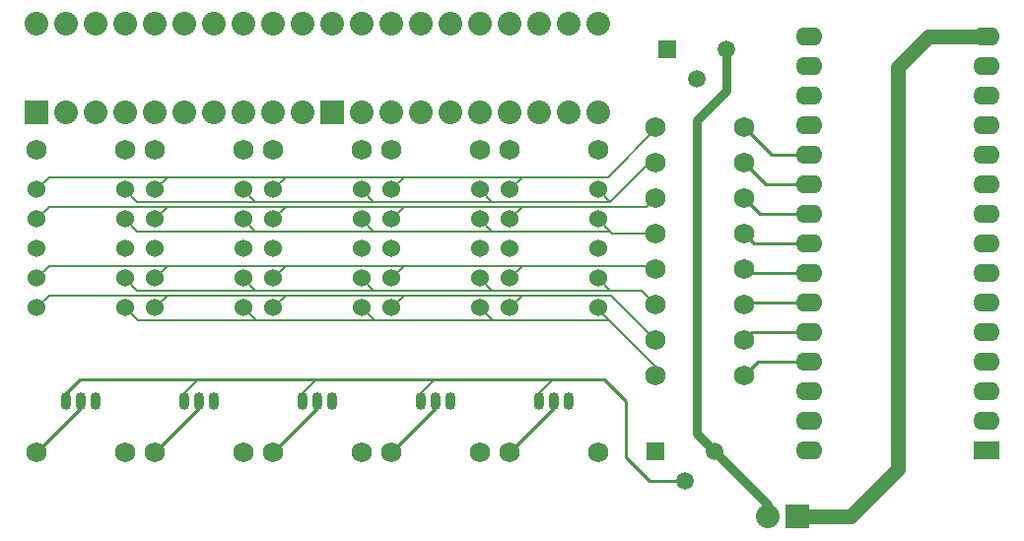
<source format=gbr>
G04 #@! TF.FileFunction,Copper,L1,Top,Signal*
%FSLAX46Y46*%
G04 Gerber Fmt 4.6, Leading zero omitted, Abs format (unit mm)*
G04 Created by KiCad (PCBNEW 4.0.4+e1-6308~48~ubuntu15.10.1-stable) date Thu Dec  8 14:38:08 2016*
%MOMM*%
%LPD*%
G01*
G04 APERTURE LIST*
%ADD10C,0.100000*%
%ADD11O,0.899160X1.501140*%
%ADD12C,1.510000*%
%ADD13R,1.510000X1.510000*%
%ADD14R,2.286000X1.574800*%
%ADD15O,2.286000X1.574800*%
%ADD16C,1.524000*%
%ADD17R,2.032000X2.032000*%
%ADD18O,2.032000X2.032000*%
%ADD19C,2.032000*%
%ADD20C,1.727200*%
%ADD21C,0.152400*%
%ADD22C,0.254000*%
%ADD23C,0.762000*%
%ADD24C,1.270000*%
G04 APERTURE END LIST*
D10*
D11*
X131445000Y-87630000D03*
X132715000Y-87630000D03*
X130175000Y-87630000D03*
D12*
X145288000Y-91948000D03*
D13*
X140208000Y-91948000D03*
D12*
X142748000Y-94488000D03*
D14*
X168605200Y-91846400D03*
D15*
X168605200Y-89306400D03*
X168605200Y-86766400D03*
X168605200Y-84226400D03*
X168605200Y-81686400D03*
X168605200Y-79146400D03*
X168605200Y-76606400D03*
X168605200Y-74066400D03*
X168605200Y-71526400D03*
X168605200Y-68986400D03*
X168605200Y-66446400D03*
X168605200Y-63906400D03*
X168605200Y-61366400D03*
X168605200Y-58826400D03*
X168605200Y-56286400D03*
X153365200Y-56286400D03*
X153365200Y-58826400D03*
X153365200Y-61366400D03*
X153365200Y-63906400D03*
X153365200Y-66446400D03*
X153365200Y-68986400D03*
X153365200Y-71526400D03*
X153365200Y-74066400D03*
X153365200Y-76606400D03*
X153365200Y-79146400D03*
X153365200Y-81686400D03*
X153365200Y-84226400D03*
X153365200Y-86766400D03*
X153365200Y-89306400D03*
X153365200Y-91846400D03*
D11*
X90805000Y-87630000D03*
X92075000Y-87630000D03*
X89535000Y-87630000D03*
X100965000Y-87630000D03*
X102235000Y-87630000D03*
X99695000Y-87630000D03*
X111125000Y-87630000D03*
X112395000Y-87630000D03*
X109855000Y-87630000D03*
X121285000Y-87630000D03*
X122555000Y-87630000D03*
X120015000Y-87630000D03*
D16*
X107315000Y-69457000D03*
X114935000Y-69457000D03*
X107315000Y-71997000D03*
X114935000Y-71997000D03*
X107315000Y-74537000D03*
X114935000Y-74537000D03*
X107315000Y-77077000D03*
X114935000Y-77077000D03*
X107315000Y-79617000D03*
X114935000Y-79617000D03*
X127635000Y-69457000D03*
X135255000Y-69457000D03*
X127635000Y-71997000D03*
X135255000Y-71997000D03*
X127635000Y-74537000D03*
X135255000Y-74537000D03*
X127635000Y-77077000D03*
X135255000Y-77077000D03*
X127635000Y-79617000D03*
X135255000Y-79617000D03*
X117475000Y-69457000D03*
X125095000Y-69457000D03*
X117475000Y-71997000D03*
X125095000Y-71997000D03*
X117475000Y-74537000D03*
X125095000Y-74537000D03*
X117475000Y-77077000D03*
X125095000Y-77077000D03*
X117475000Y-79617000D03*
X125095000Y-79617000D03*
X97155000Y-69457000D03*
X104775000Y-69457000D03*
X97155000Y-71997000D03*
X104775000Y-71997000D03*
X97155000Y-74537000D03*
X104775000Y-74537000D03*
X97155000Y-77077000D03*
X104775000Y-77077000D03*
X97155000Y-79617000D03*
X104775000Y-79617000D03*
X86995000Y-69457000D03*
X94615000Y-69457000D03*
X86995000Y-71997000D03*
X94615000Y-71997000D03*
X86995000Y-74537000D03*
X94615000Y-74537000D03*
X86995000Y-77077000D03*
X94615000Y-77077000D03*
X86995000Y-79617000D03*
X94615000Y-79617000D03*
D17*
X152400000Y-97536000D03*
D18*
X149860000Y-97536000D03*
D17*
X86995000Y-62865000D03*
D19*
X89535000Y-62865000D03*
X92075000Y-62865000D03*
X94615000Y-62865000D03*
X104775000Y-55245000D03*
X102235000Y-55245000D03*
X99695000Y-55245000D03*
X97155000Y-55245000D03*
X97155000Y-62865000D03*
X99695000Y-62865000D03*
X102235000Y-62865000D03*
X104775000Y-62865000D03*
X107315000Y-55245000D03*
X109855000Y-55245000D03*
X109855000Y-62865000D03*
X107315000Y-62865000D03*
X94615000Y-55245000D03*
X92075000Y-55245000D03*
X89535000Y-55245000D03*
X86995000Y-55245000D03*
D17*
X112395000Y-62865000D03*
D19*
X114935000Y-62865000D03*
X117475000Y-62865000D03*
X120015000Y-62865000D03*
X130175000Y-55245000D03*
X127635000Y-55245000D03*
X125095000Y-55245000D03*
X122555000Y-55245000D03*
X122555000Y-62865000D03*
X125095000Y-62865000D03*
X127635000Y-62865000D03*
X130175000Y-62865000D03*
X132715000Y-55245000D03*
X135255000Y-55245000D03*
X135255000Y-62865000D03*
X132715000Y-62865000D03*
X120015000Y-55245000D03*
X117475000Y-55245000D03*
X114935000Y-55245000D03*
X112395000Y-55245000D03*
D12*
X146304000Y-57404000D03*
D13*
X141224000Y-57404000D03*
D12*
X143764000Y-59944000D03*
D20*
X86995000Y-92075000D03*
X94615000Y-92075000D03*
X97155000Y-92075000D03*
X104775000Y-92075000D03*
X107315000Y-92075000D03*
X114935000Y-92075000D03*
X117475000Y-92075000D03*
X125095000Y-92075000D03*
X127635000Y-92075000D03*
X135255000Y-92075000D03*
X86995000Y-66040000D03*
X94615000Y-66040000D03*
X97155000Y-66040000D03*
X104775000Y-66040000D03*
X107315000Y-66040000D03*
X114935000Y-66040000D03*
X117475000Y-66040000D03*
X125095000Y-66040000D03*
X127635000Y-66040000D03*
X135255000Y-66040000D03*
X140208000Y-85420200D03*
X147828000Y-85420200D03*
X140208000Y-64084200D03*
X147828000Y-64084200D03*
X140208000Y-70180200D03*
X147828000Y-70180200D03*
X140208000Y-76276200D03*
X147828000Y-76276200D03*
X140208000Y-82372200D03*
X147828000Y-82372200D03*
X140208000Y-79324200D03*
X147828000Y-79324200D03*
X140208000Y-73228200D03*
X147828000Y-73228200D03*
X140208000Y-67132200D03*
X147828000Y-67132200D03*
D21*
X127635000Y-69457000D02*
X127647000Y-69457000D01*
X127647000Y-69457000D02*
X128727200Y-68376800D01*
X117475000Y-69457000D02*
X117487000Y-69457000D01*
X117487000Y-69457000D02*
X118567200Y-68376800D01*
X107315000Y-69457000D02*
X107327000Y-69457000D01*
X107327000Y-69457000D02*
X108407200Y-68376800D01*
X97155000Y-69457000D02*
X97167000Y-69457000D01*
X97167000Y-69457000D02*
X98247200Y-68376800D01*
X86995000Y-69457000D02*
X87007000Y-69457000D01*
X87007000Y-69457000D02*
X88087200Y-68376800D01*
X88087200Y-68376800D02*
X98247200Y-68376800D01*
X98247200Y-68376800D02*
X108407200Y-68376800D01*
X108407200Y-68376800D02*
X118567200Y-68376800D01*
X136093200Y-68376800D02*
X128727200Y-68376800D01*
X118567200Y-68376800D02*
X128727200Y-68376800D01*
X140208000Y-64084200D02*
X140208000Y-64262000D01*
X140208000Y-64262000D02*
X136093200Y-68376800D01*
X135255000Y-69457000D02*
X135255000Y-69469000D01*
X135255000Y-69469000D02*
X136296400Y-70510400D01*
X125095000Y-69457000D02*
X125095000Y-69469000D01*
X125095000Y-69469000D02*
X126136400Y-70510400D01*
X114935000Y-69457000D02*
X114935000Y-69469000D01*
X114935000Y-69469000D02*
X115976400Y-70510400D01*
X104775000Y-69457000D02*
X104775000Y-69469000D01*
X104775000Y-69469000D02*
X105816400Y-70510400D01*
X95656400Y-70510400D02*
X105816400Y-70510400D01*
X105816400Y-70510400D02*
X115976400Y-70510400D01*
X94615000Y-69457000D02*
X94615000Y-69469000D01*
X94615000Y-69469000D02*
X95656400Y-70510400D01*
X126136400Y-70510400D02*
X136296400Y-70510400D01*
X115976400Y-70510400D02*
X126136400Y-70510400D01*
X140208000Y-67132200D02*
X139674600Y-67132200D01*
X139674600Y-67132200D02*
X136296400Y-70510400D01*
X97155000Y-71997000D02*
X97167000Y-71997000D01*
X97167000Y-71997000D02*
X98247200Y-70916800D01*
X107315000Y-71997000D02*
X107327000Y-71997000D01*
X107327000Y-71997000D02*
X108407200Y-70916800D01*
X117475000Y-71997000D02*
X117487000Y-71997000D01*
X117487000Y-71997000D02*
X118567200Y-70916800D01*
X127635000Y-71997000D02*
X127647000Y-71997000D01*
X127647000Y-71997000D02*
X128727200Y-70916800D01*
X86995000Y-71997000D02*
X87007000Y-71997000D01*
X87007000Y-71997000D02*
X88087200Y-70916800D01*
X88087200Y-70916800D02*
X98247200Y-70916800D01*
X98247200Y-70916800D02*
X108407200Y-70916800D01*
X108407200Y-70916800D02*
X118567200Y-70916800D01*
X140208000Y-70180200D02*
X140182600Y-70180200D01*
X140182600Y-70180200D02*
X139446000Y-70916800D01*
X139446000Y-70916800D02*
X128727200Y-70916800D01*
X118567200Y-70916800D02*
X128727200Y-70916800D01*
X140208000Y-73228200D02*
X136474200Y-73228200D01*
X136474200Y-73228200D02*
X136334500Y-73088500D01*
X126174500Y-73088500D02*
X136334500Y-73088500D01*
X116014500Y-73088500D02*
X126174500Y-73088500D01*
X105854500Y-73088500D02*
X116014500Y-73088500D01*
X104775000Y-71997000D02*
X104775000Y-72009000D01*
X104775000Y-72009000D02*
X105854500Y-73088500D01*
X114935000Y-71997000D02*
X114935000Y-72009000D01*
X114935000Y-72009000D02*
X116014500Y-73088500D01*
X125095000Y-71997000D02*
X125095000Y-72009000D01*
X125095000Y-72009000D02*
X126174500Y-73088500D01*
X135255000Y-71997000D02*
X135255000Y-72009000D01*
X135255000Y-72009000D02*
X136334500Y-73088500D01*
X94615000Y-71997000D02*
X94615000Y-72009000D01*
X94615000Y-72009000D02*
X95694500Y-73088500D01*
X95694500Y-73088500D02*
X105854500Y-73088500D01*
X128727200Y-75996800D02*
X139928600Y-75996800D01*
X139928600Y-75996800D02*
X140208000Y-76276200D01*
X127635000Y-77077000D02*
X127647000Y-77077000D01*
X127647000Y-77077000D02*
X128727200Y-75996800D01*
X117475000Y-77077000D02*
X117487000Y-77077000D01*
X117487000Y-77077000D02*
X118567200Y-75996800D01*
X107315000Y-77077000D02*
X107327000Y-77077000D01*
X107327000Y-77077000D02*
X108407200Y-75996800D01*
X97155000Y-77077000D02*
X97167000Y-77077000D01*
X97167000Y-77077000D02*
X98247200Y-75996800D01*
X86995000Y-77077000D02*
X87007000Y-77077000D01*
X87007000Y-77077000D02*
X88087200Y-75996800D01*
X88087200Y-75996800D02*
X98247200Y-75996800D01*
X98247200Y-75996800D02*
X108407200Y-75996800D01*
X108407200Y-75996800D02*
X118567200Y-75996800D01*
X118567200Y-75996800D02*
X128727200Y-75996800D01*
X140208000Y-79324200D02*
X140182600Y-79324200D01*
X140182600Y-79324200D02*
X139026900Y-78168500D01*
X139026900Y-78168500D02*
X136334500Y-78168500D01*
X126174500Y-78168500D02*
X136334500Y-78168500D01*
X104775000Y-77077000D02*
X104775000Y-77089000D01*
X104775000Y-77089000D02*
X105854500Y-78168500D01*
X114935000Y-77077000D02*
X114935000Y-77089000D01*
X114935000Y-77089000D02*
X116014500Y-78168500D01*
X125095000Y-77077000D02*
X125095000Y-77089000D01*
X125095000Y-77089000D02*
X126174500Y-78168500D01*
X135255000Y-77077000D02*
X135255000Y-77089000D01*
X135255000Y-77089000D02*
X136334500Y-78168500D01*
X94615000Y-77077000D02*
X94615000Y-77089000D01*
X94615000Y-77089000D02*
X95694500Y-78168500D01*
X95694500Y-78168500D02*
X105854500Y-78168500D01*
X105854500Y-78168500D02*
X116014500Y-78168500D01*
X116014500Y-78168500D02*
X126174500Y-78168500D01*
X136372600Y-78536800D02*
X140208000Y-82372200D01*
X128727200Y-78536800D02*
X136372600Y-78536800D01*
X118567200Y-78536800D02*
X128727200Y-78536800D01*
X108407200Y-78536800D02*
X118567200Y-78536800D01*
X97155000Y-79617000D02*
X97167000Y-79617000D01*
X97167000Y-79617000D02*
X98247200Y-78536800D01*
X107315000Y-79617000D02*
X107327000Y-79617000D01*
X107327000Y-79617000D02*
X108407200Y-78536800D01*
X117475000Y-79617000D02*
X117487000Y-79617000D01*
X117487000Y-79617000D02*
X118567200Y-78536800D01*
X127635000Y-79617000D02*
X127647000Y-79617000D01*
X127647000Y-79617000D02*
X128727200Y-78536800D01*
X86995000Y-79617000D02*
X87007000Y-79617000D01*
X87007000Y-79617000D02*
X88087200Y-78536800D01*
X88087200Y-78536800D02*
X98247200Y-78536800D01*
X98247200Y-78536800D02*
X108407200Y-78536800D01*
X140208000Y-85420200D02*
X140208000Y-84683600D01*
X140208000Y-84683600D02*
X136245600Y-80721200D01*
X104775000Y-79617000D02*
X104775000Y-79629000D01*
X104775000Y-79629000D02*
X105867200Y-80721200D01*
X114935000Y-79617000D02*
X114935000Y-79629000D01*
X114935000Y-79629000D02*
X116027200Y-80721200D01*
X125095000Y-79617000D02*
X125095000Y-79629000D01*
X125095000Y-79629000D02*
X126187200Y-80721200D01*
X135255000Y-79617000D02*
X135255000Y-79730600D01*
X135255000Y-79730600D02*
X136245600Y-80721200D01*
X94615000Y-79617000D02*
X94615000Y-79629000D01*
X94615000Y-79629000D02*
X95707200Y-80721200D01*
X95707200Y-80721200D02*
X105867200Y-80721200D01*
X105867200Y-80721200D02*
X116027200Y-80721200D01*
X116027200Y-80721200D02*
X126187200Y-80721200D01*
X126187200Y-80721200D02*
X136245600Y-80721200D01*
D22*
X90805000Y-87630000D02*
X90805000Y-88265000D01*
X90805000Y-88265000D02*
X86995000Y-92075000D01*
X142748000Y-94488000D02*
X139700000Y-94488000D01*
X137668000Y-87630000D02*
X135788400Y-85750400D01*
X137668000Y-92456000D02*
X137668000Y-87630000D01*
X139700000Y-94488000D02*
X137668000Y-92456000D01*
X89535000Y-87630000D02*
X89535000Y-86944200D01*
X89535000Y-86944200D02*
X90728800Y-85750400D01*
X90728800Y-85750400D02*
X135788400Y-85750400D01*
D21*
X135026400Y-85750400D02*
X135788400Y-85750400D01*
X131368800Y-85750400D02*
X135026400Y-85750400D01*
X130175000Y-87630000D02*
X130175000Y-86944200D01*
X130175000Y-86944200D02*
X131368800Y-85750400D01*
X120015000Y-87630000D02*
X120015000Y-86944200D01*
X120015000Y-86944200D02*
X121208800Y-85750400D01*
X109855000Y-87630000D02*
X109855000Y-86995000D01*
X109855000Y-86995000D02*
X111099600Y-85750400D01*
X99695000Y-87630000D02*
X99695000Y-86995000D01*
X99695000Y-86995000D02*
X100939600Y-85750400D01*
X89535000Y-86944200D02*
X90728800Y-85750400D01*
X90728800Y-85750400D02*
X100685600Y-85750400D01*
X100685600Y-85750400D02*
X100939600Y-85750400D01*
X100939600Y-85750400D02*
X111099600Y-85750400D01*
X121208800Y-85750400D02*
X131368800Y-85750400D01*
D22*
X100965000Y-87630000D02*
X100965000Y-88265000D01*
X100965000Y-88265000D02*
X97155000Y-92075000D01*
X111125000Y-87630000D02*
X111125000Y-88265000D01*
X111125000Y-88265000D02*
X107315000Y-92075000D01*
X121285000Y-87630000D02*
X121285000Y-88265000D01*
X121285000Y-88265000D02*
X117475000Y-92075000D01*
X131445000Y-87630000D02*
X131445000Y-88265000D01*
X131445000Y-88265000D02*
X127635000Y-92075000D01*
X153365200Y-84226400D02*
X149021800Y-84226400D01*
X149021800Y-84226400D02*
X147828000Y-85420200D01*
X153365200Y-66446400D02*
X150190200Y-66446400D01*
X150190200Y-66446400D02*
X147828000Y-64084200D01*
X153365200Y-71526400D02*
X149174200Y-71526400D01*
X149174200Y-71526400D02*
X147828000Y-70180200D01*
X153365200Y-76606400D02*
X148158200Y-76606400D01*
X148158200Y-76606400D02*
X147828000Y-76276200D01*
X153365200Y-81686400D02*
X148513800Y-81686400D01*
X148513800Y-81686400D02*
X147828000Y-82372200D01*
X153365200Y-79146400D02*
X148005800Y-79146400D01*
X148005800Y-79146400D02*
X147828000Y-79324200D01*
X153365200Y-74066400D02*
X148666200Y-74066400D01*
X148666200Y-74066400D02*
X147828000Y-73228200D01*
X153365200Y-68986400D02*
X149682200Y-68986400D01*
X149682200Y-68986400D02*
X147828000Y-67132200D01*
D23*
X145288000Y-91948000D02*
X143764000Y-90424000D01*
X146304000Y-60960000D02*
X146304000Y-57404000D01*
X143764000Y-63500000D02*
X146304000Y-60960000D01*
X143764000Y-90424000D02*
X143764000Y-63500000D01*
X149860000Y-97536000D02*
X149860000Y-96520000D01*
X149860000Y-96520000D02*
X145288000Y-91948000D01*
D24*
X152400000Y-97536000D02*
X156972000Y-97536000D01*
X163677600Y-56286400D02*
X168605200Y-56286400D01*
X161036000Y-58928000D02*
X163677600Y-56286400D01*
X161036000Y-93472000D02*
X161036000Y-58928000D01*
X156972000Y-97536000D02*
X161036000Y-93472000D01*
M02*

</source>
